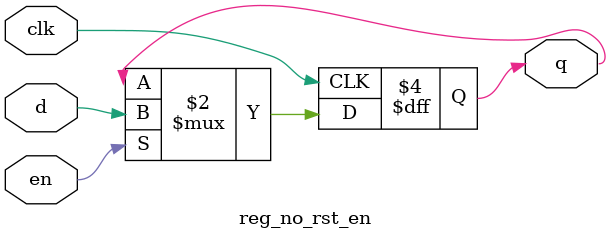
<source format=v>
module reg_no_rst_en
# (
    parameter w = 1
) 
(
    input                clk,
    input                en,
    input      [w - 1:0] d,
    output reg [w - 1:0] q
);

    always @ (posedge clk)
        if (en)
            q <= d;

endmodule

</source>
